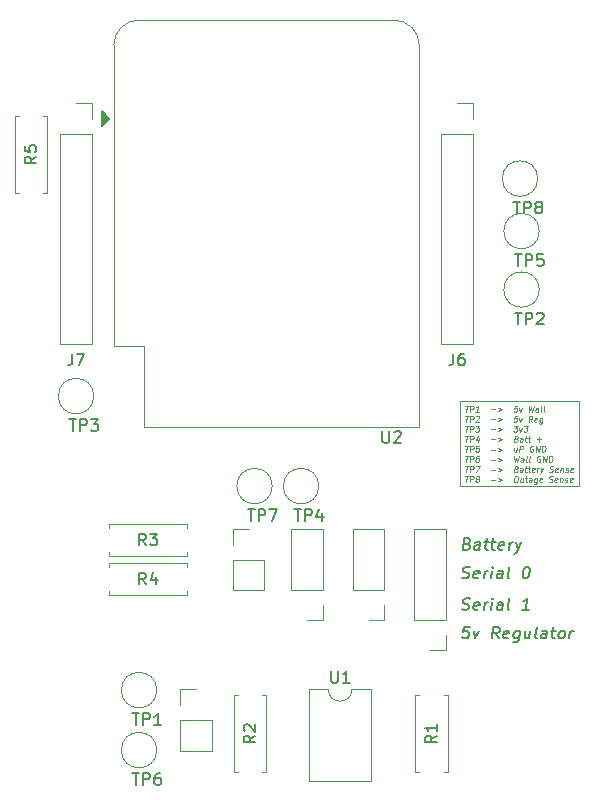
<source format=gbr>
%TF.GenerationSoftware,KiCad,Pcbnew,(5.1.6)-1*%
%TF.CreationDate,2022-07-24T18:58:52+10:00*%
%TF.ProjectId,v0.2a,76302e32-612e-46b6-9963-61645f706362,rev?*%
%TF.SameCoordinates,Original*%
%TF.FileFunction,Legend,Top*%
%TF.FilePolarity,Positive*%
%FSLAX46Y46*%
G04 Gerber Fmt 4.6, Leading zero omitted, Abs format (unit mm)*
G04 Created by KiCad (PCBNEW (5.1.6)-1) date 2022-07-24 18:58:52*
%MOMM*%
%LPD*%
G01*
G04 APERTURE LIST*
%ADD10C,0.120000*%
%ADD11C,0.100000*%
%ADD12C,0.150000*%
G04 APERTURE END LIST*
D10*
X126492000Y-114935000D02*
X126619000Y-114935000D01*
X126492000Y-107696000D02*
X126492000Y-114935000D01*
X136525000Y-114935000D02*
X126619000Y-114935000D01*
X136525000Y-107696000D02*
X136525000Y-114935000D01*
X126492000Y-107696000D02*
X136525000Y-107696000D01*
D11*
X126924095Y-108130190D02*
X127209809Y-108130190D01*
X127004452Y-108630190D02*
X127066952Y-108130190D01*
X127313976Y-108630190D02*
X127376476Y-108130190D01*
X127566952Y-108130190D01*
X127611595Y-108154000D01*
X127632428Y-108177809D01*
X127650285Y-108225428D01*
X127641357Y-108296857D01*
X127611595Y-108344476D01*
X127584809Y-108368285D01*
X127534214Y-108392095D01*
X127343738Y-108392095D01*
X128075880Y-108630190D02*
X127790166Y-108630190D01*
X127933023Y-108630190D02*
X127995523Y-108130190D01*
X127938976Y-108201619D01*
X127885404Y-108249238D01*
X127834809Y-108273047D01*
X129075880Y-108439714D02*
X129456833Y-108439714D01*
X129712785Y-108296857D02*
X130075880Y-108439714D01*
X129677071Y-108582571D01*
X131352666Y-108130190D02*
X131114571Y-108130190D01*
X131061000Y-108368285D01*
X131087785Y-108344476D01*
X131138380Y-108320666D01*
X131257428Y-108320666D01*
X131302071Y-108344476D01*
X131322904Y-108368285D01*
X131340761Y-108415904D01*
X131325880Y-108534952D01*
X131296119Y-108582571D01*
X131269333Y-108606380D01*
X131218738Y-108630190D01*
X131099690Y-108630190D01*
X131055047Y-108606380D01*
X131034214Y-108582571D01*
X131522309Y-108296857D02*
X131599690Y-108630190D01*
X131760404Y-108296857D01*
X132305047Y-108130190D02*
X132361595Y-108630190D01*
X132501476Y-108273047D01*
X132552071Y-108630190D01*
X132733619Y-108130190D01*
X133075880Y-108630190D02*
X133108619Y-108368285D01*
X133090761Y-108320666D01*
X133046119Y-108296857D01*
X132950880Y-108296857D01*
X132900285Y-108320666D01*
X133078857Y-108606380D02*
X133028261Y-108630190D01*
X132909214Y-108630190D01*
X132864571Y-108606380D01*
X132846714Y-108558761D01*
X132852666Y-108511142D01*
X132882428Y-108463523D01*
X132933023Y-108439714D01*
X133052071Y-108439714D01*
X133102666Y-108415904D01*
X133385404Y-108630190D02*
X133340761Y-108606380D01*
X133322904Y-108558761D01*
X133376476Y-108130190D01*
X133647309Y-108630190D02*
X133602666Y-108606380D01*
X133584809Y-108558761D01*
X133638380Y-108130190D01*
X126924095Y-108980190D02*
X127209809Y-108980190D01*
X127004452Y-109480190D02*
X127066952Y-108980190D01*
X127313976Y-109480190D02*
X127376476Y-108980190D01*
X127566952Y-108980190D01*
X127611595Y-109004000D01*
X127632428Y-109027809D01*
X127650285Y-109075428D01*
X127641357Y-109146857D01*
X127611595Y-109194476D01*
X127584809Y-109218285D01*
X127534214Y-109242095D01*
X127343738Y-109242095D01*
X127846714Y-109027809D02*
X127873500Y-109004000D01*
X127924095Y-108980190D01*
X128043142Y-108980190D01*
X128087785Y-109004000D01*
X128108619Y-109027809D01*
X128126476Y-109075428D01*
X128120523Y-109123047D01*
X128087785Y-109194476D01*
X127766357Y-109480190D01*
X128075880Y-109480190D01*
X129075880Y-109289714D02*
X129456833Y-109289714D01*
X129712785Y-109146857D02*
X130075880Y-109289714D01*
X129677071Y-109432571D01*
X131352666Y-108980190D02*
X131114571Y-108980190D01*
X131061000Y-109218285D01*
X131087785Y-109194476D01*
X131138380Y-109170666D01*
X131257428Y-109170666D01*
X131302071Y-109194476D01*
X131322904Y-109218285D01*
X131340761Y-109265904D01*
X131325880Y-109384952D01*
X131296119Y-109432571D01*
X131269333Y-109456380D01*
X131218738Y-109480190D01*
X131099690Y-109480190D01*
X131055047Y-109456380D01*
X131034214Y-109432571D01*
X131522309Y-109146857D02*
X131599690Y-109480190D01*
X131760404Y-109146857D01*
X132575880Y-109480190D02*
X132438976Y-109242095D01*
X132290166Y-109480190D02*
X132352666Y-108980190D01*
X132543142Y-108980190D01*
X132587785Y-109004000D01*
X132608619Y-109027809D01*
X132626476Y-109075428D01*
X132617547Y-109146857D01*
X132587785Y-109194476D01*
X132561000Y-109218285D01*
X132510404Y-109242095D01*
X132319928Y-109242095D01*
X132983619Y-109456380D02*
X132933023Y-109480190D01*
X132837785Y-109480190D01*
X132793142Y-109456380D01*
X132775285Y-109408761D01*
X132799095Y-109218285D01*
X132828857Y-109170666D01*
X132879452Y-109146857D01*
X132974690Y-109146857D01*
X133019333Y-109170666D01*
X133037190Y-109218285D01*
X133031238Y-109265904D01*
X132787190Y-109313523D01*
X133474690Y-109146857D02*
X133424095Y-109551619D01*
X133394333Y-109599238D01*
X133367547Y-109623047D01*
X133316952Y-109646857D01*
X133245523Y-109646857D01*
X133200880Y-109623047D01*
X133436000Y-109456380D02*
X133385404Y-109480190D01*
X133290166Y-109480190D01*
X133245523Y-109456380D01*
X133224690Y-109432571D01*
X133206833Y-109384952D01*
X133224690Y-109242095D01*
X133254452Y-109194476D01*
X133281238Y-109170666D01*
X133331833Y-109146857D01*
X133427071Y-109146857D01*
X133471714Y-109170666D01*
X126924095Y-109830190D02*
X127209809Y-109830190D01*
X127004452Y-110330190D02*
X127066952Y-109830190D01*
X127313976Y-110330190D02*
X127376476Y-109830190D01*
X127566952Y-109830190D01*
X127611595Y-109854000D01*
X127632428Y-109877809D01*
X127650285Y-109925428D01*
X127641357Y-109996857D01*
X127611595Y-110044476D01*
X127584809Y-110068285D01*
X127534214Y-110092095D01*
X127343738Y-110092095D01*
X127828857Y-109830190D02*
X128138380Y-109830190D01*
X127947904Y-110020666D01*
X128019333Y-110020666D01*
X128063976Y-110044476D01*
X128084809Y-110068285D01*
X128102666Y-110115904D01*
X128087785Y-110234952D01*
X128058023Y-110282571D01*
X128031238Y-110306380D01*
X127980642Y-110330190D01*
X127837785Y-110330190D01*
X127793142Y-110306380D01*
X127772309Y-110282571D01*
X129075880Y-110139714D02*
X129456833Y-110139714D01*
X129712785Y-109996857D02*
X130075880Y-110139714D01*
X129677071Y-110282571D01*
X131066952Y-109830190D02*
X131376476Y-109830190D01*
X131186000Y-110020666D01*
X131257428Y-110020666D01*
X131302071Y-110044476D01*
X131322904Y-110068285D01*
X131340761Y-110115904D01*
X131325880Y-110234952D01*
X131296119Y-110282571D01*
X131269333Y-110306380D01*
X131218738Y-110330190D01*
X131075880Y-110330190D01*
X131031238Y-110306380D01*
X131010404Y-110282571D01*
X131522309Y-109996857D02*
X131599690Y-110330190D01*
X131760404Y-109996857D01*
X131924095Y-109830190D02*
X132233619Y-109830190D01*
X132043142Y-110020666D01*
X132114571Y-110020666D01*
X132159214Y-110044476D01*
X132180047Y-110068285D01*
X132197904Y-110115904D01*
X132183023Y-110234952D01*
X132153261Y-110282571D01*
X132126476Y-110306380D01*
X132075880Y-110330190D01*
X131933023Y-110330190D01*
X131888380Y-110306380D01*
X131867547Y-110282571D01*
X126924095Y-110680190D02*
X127209809Y-110680190D01*
X127004452Y-111180190D02*
X127066952Y-110680190D01*
X127313976Y-111180190D02*
X127376476Y-110680190D01*
X127566952Y-110680190D01*
X127611595Y-110704000D01*
X127632428Y-110727809D01*
X127650285Y-110775428D01*
X127641357Y-110846857D01*
X127611595Y-110894476D01*
X127584809Y-110918285D01*
X127534214Y-110942095D01*
X127343738Y-110942095D01*
X128069928Y-110846857D02*
X128028261Y-111180190D01*
X127974690Y-110656380D02*
X127811000Y-111013523D01*
X128120523Y-111013523D01*
X129075880Y-110989714D02*
X129456833Y-110989714D01*
X129712785Y-110846857D02*
X130075880Y-110989714D01*
X129677071Y-111132571D01*
X131251476Y-110918285D02*
X131319928Y-110942095D01*
X131340761Y-110965904D01*
X131358619Y-111013523D01*
X131349690Y-111084952D01*
X131319928Y-111132571D01*
X131293142Y-111156380D01*
X131242547Y-111180190D01*
X131052071Y-111180190D01*
X131114571Y-110680190D01*
X131281238Y-110680190D01*
X131325880Y-110704000D01*
X131346714Y-110727809D01*
X131364571Y-110775428D01*
X131358619Y-110823047D01*
X131328857Y-110870666D01*
X131302071Y-110894476D01*
X131251476Y-110918285D01*
X131084809Y-110918285D01*
X131766357Y-111180190D02*
X131799095Y-110918285D01*
X131781238Y-110870666D01*
X131736595Y-110846857D01*
X131641357Y-110846857D01*
X131590761Y-110870666D01*
X131769333Y-111156380D02*
X131718738Y-111180190D01*
X131599690Y-111180190D01*
X131555047Y-111156380D01*
X131537190Y-111108761D01*
X131543142Y-111061142D01*
X131572904Y-111013523D01*
X131623500Y-110989714D01*
X131742547Y-110989714D01*
X131793142Y-110965904D01*
X131974690Y-110846857D02*
X132165166Y-110846857D01*
X132066952Y-110680190D02*
X132013380Y-111108761D01*
X132031238Y-111156380D01*
X132075880Y-111180190D01*
X132123500Y-111180190D01*
X132260404Y-110846857D02*
X132450880Y-110846857D01*
X132352666Y-110680190D02*
X132299095Y-111108761D01*
X132316952Y-111156380D01*
X132361595Y-111180190D01*
X132409214Y-111180190D01*
X132980642Y-110989714D02*
X133361595Y-110989714D01*
X133147309Y-111180190D02*
X133194928Y-110799238D01*
X126924095Y-111530190D02*
X127209809Y-111530190D01*
X127004452Y-112030190D02*
X127066952Y-111530190D01*
X127313976Y-112030190D02*
X127376476Y-111530190D01*
X127566952Y-111530190D01*
X127611595Y-111554000D01*
X127632428Y-111577809D01*
X127650285Y-111625428D01*
X127641357Y-111696857D01*
X127611595Y-111744476D01*
X127584809Y-111768285D01*
X127534214Y-111792095D01*
X127343738Y-111792095D01*
X128114571Y-111530190D02*
X127876476Y-111530190D01*
X127822904Y-111768285D01*
X127849690Y-111744476D01*
X127900285Y-111720666D01*
X128019333Y-111720666D01*
X128063976Y-111744476D01*
X128084809Y-111768285D01*
X128102666Y-111815904D01*
X128087785Y-111934952D01*
X128058023Y-111982571D01*
X128031238Y-112006380D01*
X127980642Y-112030190D01*
X127861595Y-112030190D01*
X127816952Y-112006380D01*
X127796119Y-111982571D01*
X129075880Y-111839714D02*
X129456833Y-111839714D01*
X129712785Y-111696857D02*
X130075880Y-111839714D01*
X129677071Y-111982571D01*
X131308023Y-111696857D02*
X131266357Y-112030190D01*
X131093738Y-111696857D02*
X131061000Y-111958761D01*
X131078857Y-112006380D01*
X131123500Y-112030190D01*
X131194928Y-112030190D01*
X131245523Y-112006380D01*
X131272309Y-111982571D01*
X131504452Y-112030190D02*
X131566952Y-111530190D01*
X131757428Y-111530190D01*
X131802071Y-111554000D01*
X131822904Y-111577809D01*
X131840761Y-111625428D01*
X131831833Y-111696857D01*
X131802071Y-111744476D01*
X131775285Y-111768285D01*
X131724690Y-111792095D01*
X131534214Y-111792095D01*
X132706833Y-111554000D02*
X132662190Y-111530190D01*
X132590761Y-111530190D01*
X132516357Y-111554000D01*
X132462785Y-111601619D01*
X132433023Y-111649238D01*
X132397309Y-111744476D01*
X132388380Y-111815904D01*
X132400285Y-111911142D01*
X132418142Y-111958761D01*
X132459809Y-112006380D01*
X132528261Y-112030190D01*
X132575880Y-112030190D01*
X132650285Y-112006380D01*
X132677071Y-111982571D01*
X132697904Y-111815904D01*
X132602666Y-111815904D01*
X132885404Y-112030190D02*
X132947904Y-111530190D01*
X133171119Y-112030190D01*
X133233619Y-111530190D01*
X133409214Y-112030190D02*
X133471714Y-111530190D01*
X133590761Y-111530190D01*
X133659214Y-111554000D01*
X133700880Y-111601619D01*
X133718738Y-111649238D01*
X133730642Y-111744476D01*
X133721714Y-111815904D01*
X133686000Y-111911142D01*
X133656238Y-111958761D01*
X133602666Y-112006380D01*
X133528261Y-112030190D01*
X133409214Y-112030190D01*
X126924095Y-112380190D02*
X127209809Y-112380190D01*
X127004452Y-112880190D02*
X127066952Y-112380190D01*
X127313976Y-112880190D02*
X127376476Y-112380190D01*
X127566952Y-112380190D01*
X127611595Y-112404000D01*
X127632428Y-112427809D01*
X127650285Y-112475428D01*
X127641357Y-112546857D01*
X127611595Y-112594476D01*
X127584809Y-112618285D01*
X127534214Y-112642095D01*
X127343738Y-112642095D01*
X128090761Y-112380190D02*
X127995523Y-112380190D01*
X127944928Y-112404000D01*
X127918142Y-112427809D01*
X127861595Y-112499238D01*
X127825880Y-112594476D01*
X127802071Y-112784952D01*
X127819928Y-112832571D01*
X127840761Y-112856380D01*
X127885404Y-112880190D01*
X127980642Y-112880190D01*
X128031238Y-112856380D01*
X128058023Y-112832571D01*
X128087785Y-112784952D01*
X128102666Y-112665904D01*
X128084809Y-112618285D01*
X128063976Y-112594476D01*
X128019333Y-112570666D01*
X127924095Y-112570666D01*
X127873500Y-112594476D01*
X127846714Y-112618285D01*
X127816952Y-112665904D01*
X129075880Y-112689714D02*
X129456833Y-112689714D01*
X129712785Y-112546857D02*
X130075880Y-112689714D01*
X129677071Y-112832571D01*
X131066952Y-112380190D02*
X131123500Y-112880190D01*
X131263380Y-112523047D01*
X131313976Y-112880190D01*
X131495523Y-112380190D01*
X131837785Y-112880190D02*
X131870523Y-112618285D01*
X131852666Y-112570666D01*
X131808023Y-112546857D01*
X131712785Y-112546857D01*
X131662190Y-112570666D01*
X131840761Y-112856380D02*
X131790166Y-112880190D01*
X131671119Y-112880190D01*
X131626476Y-112856380D01*
X131608619Y-112808761D01*
X131614571Y-112761142D01*
X131644333Y-112713523D01*
X131694928Y-112689714D01*
X131813976Y-112689714D01*
X131864571Y-112665904D01*
X132147309Y-112880190D02*
X132102666Y-112856380D01*
X132084809Y-112808761D01*
X132138380Y-112380190D01*
X132409214Y-112880190D02*
X132364571Y-112856380D01*
X132346714Y-112808761D01*
X132400285Y-112380190D01*
X133302071Y-112404000D02*
X133257428Y-112380190D01*
X133186000Y-112380190D01*
X133111595Y-112404000D01*
X133058023Y-112451619D01*
X133028261Y-112499238D01*
X132992547Y-112594476D01*
X132983619Y-112665904D01*
X132995523Y-112761142D01*
X133013380Y-112808761D01*
X133055047Y-112856380D01*
X133123500Y-112880190D01*
X133171119Y-112880190D01*
X133245523Y-112856380D01*
X133272309Y-112832571D01*
X133293142Y-112665904D01*
X133197904Y-112665904D01*
X133480642Y-112880190D02*
X133543142Y-112380190D01*
X133766357Y-112880190D01*
X133828857Y-112380190D01*
X134004452Y-112880190D02*
X134066952Y-112380190D01*
X134186000Y-112380190D01*
X134254452Y-112404000D01*
X134296119Y-112451619D01*
X134313976Y-112499238D01*
X134325880Y-112594476D01*
X134316952Y-112665904D01*
X134281238Y-112761142D01*
X134251476Y-112808761D01*
X134197904Y-112856380D01*
X134123500Y-112880190D01*
X134004452Y-112880190D01*
X126924095Y-113230190D02*
X127209809Y-113230190D01*
X127004452Y-113730190D02*
X127066952Y-113230190D01*
X127313976Y-113730190D02*
X127376476Y-113230190D01*
X127566952Y-113230190D01*
X127611595Y-113254000D01*
X127632428Y-113277809D01*
X127650285Y-113325428D01*
X127641357Y-113396857D01*
X127611595Y-113444476D01*
X127584809Y-113468285D01*
X127534214Y-113492095D01*
X127343738Y-113492095D01*
X127828857Y-113230190D02*
X128162190Y-113230190D01*
X127885404Y-113730190D01*
X129075880Y-113539714D02*
X129456833Y-113539714D01*
X129712785Y-113396857D02*
X130075880Y-113539714D01*
X129677071Y-113682571D01*
X131251476Y-113468285D02*
X131319928Y-113492095D01*
X131340761Y-113515904D01*
X131358619Y-113563523D01*
X131349690Y-113634952D01*
X131319928Y-113682571D01*
X131293142Y-113706380D01*
X131242547Y-113730190D01*
X131052071Y-113730190D01*
X131114571Y-113230190D01*
X131281238Y-113230190D01*
X131325880Y-113254000D01*
X131346714Y-113277809D01*
X131364571Y-113325428D01*
X131358619Y-113373047D01*
X131328857Y-113420666D01*
X131302071Y-113444476D01*
X131251476Y-113468285D01*
X131084809Y-113468285D01*
X131766357Y-113730190D02*
X131799095Y-113468285D01*
X131781238Y-113420666D01*
X131736595Y-113396857D01*
X131641357Y-113396857D01*
X131590761Y-113420666D01*
X131769333Y-113706380D02*
X131718738Y-113730190D01*
X131599690Y-113730190D01*
X131555047Y-113706380D01*
X131537190Y-113658761D01*
X131543142Y-113611142D01*
X131572904Y-113563523D01*
X131623500Y-113539714D01*
X131742547Y-113539714D01*
X131793142Y-113515904D01*
X131974690Y-113396857D02*
X132165166Y-113396857D01*
X132066952Y-113230190D02*
X132013380Y-113658761D01*
X132031238Y-113706380D01*
X132075880Y-113730190D01*
X132123500Y-113730190D01*
X132260404Y-113396857D02*
X132450880Y-113396857D01*
X132352666Y-113230190D02*
X132299095Y-113658761D01*
X132316952Y-113706380D01*
X132361595Y-113730190D01*
X132409214Y-113730190D01*
X132769333Y-113706380D02*
X132718738Y-113730190D01*
X132623500Y-113730190D01*
X132578857Y-113706380D01*
X132561000Y-113658761D01*
X132584809Y-113468285D01*
X132614571Y-113420666D01*
X132665166Y-113396857D01*
X132760404Y-113396857D01*
X132805047Y-113420666D01*
X132822904Y-113468285D01*
X132816952Y-113515904D01*
X132572904Y-113563523D01*
X133004452Y-113730190D02*
X133046119Y-113396857D01*
X133034214Y-113492095D02*
X133063976Y-113444476D01*
X133090761Y-113420666D01*
X133141357Y-113396857D01*
X133188976Y-113396857D01*
X133308023Y-113396857D02*
X133385404Y-113730190D01*
X133546119Y-113396857D02*
X133385404Y-113730190D01*
X133322904Y-113849238D01*
X133296119Y-113873047D01*
X133245523Y-113896857D01*
X134055047Y-113706380D02*
X134123500Y-113730190D01*
X134242547Y-113730190D01*
X134293142Y-113706380D01*
X134319928Y-113682571D01*
X134349690Y-113634952D01*
X134355642Y-113587333D01*
X134337785Y-113539714D01*
X134316952Y-113515904D01*
X134272309Y-113492095D01*
X134180047Y-113468285D01*
X134135404Y-113444476D01*
X134114571Y-113420666D01*
X134096714Y-113373047D01*
X134102666Y-113325428D01*
X134132428Y-113277809D01*
X134159214Y-113254000D01*
X134209809Y-113230190D01*
X134328857Y-113230190D01*
X134397309Y-113254000D01*
X134745523Y-113706380D02*
X134694928Y-113730190D01*
X134599690Y-113730190D01*
X134555047Y-113706380D01*
X134537190Y-113658761D01*
X134561000Y-113468285D01*
X134590761Y-113420666D01*
X134641357Y-113396857D01*
X134736595Y-113396857D01*
X134781238Y-113420666D01*
X134799095Y-113468285D01*
X134793142Y-113515904D01*
X134549095Y-113563523D01*
X135022309Y-113396857D02*
X134980642Y-113730190D01*
X135016357Y-113444476D02*
X135043142Y-113420666D01*
X135093738Y-113396857D01*
X135165166Y-113396857D01*
X135209809Y-113420666D01*
X135227666Y-113468285D01*
X135194928Y-113730190D01*
X135412190Y-113706380D02*
X135456833Y-113730190D01*
X135552071Y-113730190D01*
X135602666Y-113706380D01*
X135632428Y-113658761D01*
X135635404Y-113634952D01*
X135617547Y-113587333D01*
X135572904Y-113563523D01*
X135501476Y-113563523D01*
X135456833Y-113539714D01*
X135438976Y-113492095D01*
X135441952Y-113468285D01*
X135471714Y-113420666D01*
X135522309Y-113396857D01*
X135593738Y-113396857D01*
X135638380Y-113420666D01*
X136031238Y-113706380D02*
X135980642Y-113730190D01*
X135885404Y-113730190D01*
X135840761Y-113706380D01*
X135822904Y-113658761D01*
X135846714Y-113468285D01*
X135876476Y-113420666D01*
X135927071Y-113396857D01*
X136022309Y-113396857D01*
X136066952Y-113420666D01*
X136084809Y-113468285D01*
X136078857Y-113515904D01*
X135834809Y-113563523D01*
X126924095Y-114080190D02*
X127209809Y-114080190D01*
X127004452Y-114580190D02*
X127066952Y-114080190D01*
X127313976Y-114580190D02*
X127376476Y-114080190D01*
X127566952Y-114080190D01*
X127611595Y-114104000D01*
X127632428Y-114127809D01*
X127650285Y-114175428D01*
X127641357Y-114246857D01*
X127611595Y-114294476D01*
X127584809Y-114318285D01*
X127534214Y-114342095D01*
X127343738Y-114342095D01*
X127921119Y-114294476D02*
X127876476Y-114270666D01*
X127855642Y-114246857D01*
X127837785Y-114199238D01*
X127840761Y-114175428D01*
X127870523Y-114127809D01*
X127897309Y-114104000D01*
X127947904Y-114080190D01*
X128043142Y-114080190D01*
X128087785Y-114104000D01*
X128108619Y-114127809D01*
X128126476Y-114175428D01*
X128123500Y-114199238D01*
X128093738Y-114246857D01*
X128066952Y-114270666D01*
X128016357Y-114294476D01*
X127921119Y-114294476D01*
X127870523Y-114318285D01*
X127843738Y-114342095D01*
X127813976Y-114389714D01*
X127802071Y-114484952D01*
X127819928Y-114532571D01*
X127840761Y-114556380D01*
X127885404Y-114580190D01*
X127980642Y-114580190D01*
X128031238Y-114556380D01*
X128058023Y-114532571D01*
X128087785Y-114484952D01*
X128099690Y-114389714D01*
X128081833Y-114342095D01*
X128061000Y-114318285D01*
X128016357Y-114294476D01*
X129075880Y-114389714D02*
X129456833Y-114389714D01*
X129712785Y-114246857D02*
X130075880Y-114389714D01*
X129677071Y-114532571D01*
X131209809Y-114080190D02*
X131305047Y-114080190D01*
X131349690Y-114104000D01*
X131391357Y-114151619D01*
X131403261Y-114246857D01*
X131382428Y-114413523D01*
X131346714Y-114508761D01*
X131293142Y-114556380D01*
X131242547Y-114580190D01*
X131147309Y-114580190D01*
X131102666Y-114556380D01*
X131061000Y-114508761D01*
X131049095Y-114413523D01*
X131069928Y-114246857D01*
X131105642Y-114151619D01*
X131159214Y-114104000D01*
X131209809Y-114080190D01*
X131831833Y-114246857D02*
X131790166Y-114580190D01*
X131617547Y-114246857D02*
X131584809Y-114508761D01*
X131602666Y-114556380D01*
X131647309Y-114580190D01*
X131718738Y-114580190D01*
X131769333Y-114556380D01*
X131796119Y-114532571D01*
X131998500Y-114246857D02*
X132188976Y-114246857D01*
X132090761Y-114080190D02*
X132037190Y-114508761D01*
X132055047Y-114556380D01*
X132099690Y-114580190D01*
X132147309Y-114580190D01*
X132528261Y-114580190D02*
X132561000Y-114318285D01*
X132543142Y-114270666D01*
X132498500Y-114246857D01*
X132403261Y-114246857D01*
X132352666Y-114270666D01*
X132531238Y-114556380D02*
X132480642Y-114580190D01*
X132361595Y-114580190D01*
X132316952Y-114556380D01*
X132299095Y-114508761D01*
X132305047Y-114461142D01*
X132334809Y-114413523D01*
X132385404Y-114389714D01*
X132504452Y-114389714D01*
X132555047Y-114365904D01*
X133022309Y-114246857D02*
X132971714Y-114651619D01*
X132941952Y-114699238D01*
X132915166Y-114723047D01*
X132864571Y-114746857D01*
X132793142Y-114746857D01*
X132748500Y-114723047D01*
X132983619Y-114556380D02*
X132933023Y-114580190D01*
X132837785Y-114580190D01*
X132793142Y-114556380D01*
X132772309Y-114532571D01*
X132754452Y-114484952D01*
X132772309Y-114342095D01*
X132802071Y-114294476D01*
X132828857Y-114270666D01*
X132879452Y-114246857D01*
X132974690Y-114246857D01*
X133019333Y-114270666D01*
X133412190Y-114556380D02*
X133361595Y-114580190D01*
X133266357Y-114580190D01*
X133221714Y-114556380D01*
X133203857Y-114508761D01*
X133227666Y-114318285D01*
X133257428Y-114270666D01*
X133308023Y-114246857D01*
X133403261Y-114246857D01*
X133447904Y-114270666D01*
X133465761Y-114318285D01*
X133459809Y-114365904D01*
X133215761Y-114413523D01*
X134007428Y-114556380D02*
X134075880Y-114580190D01*
X134194928Y-114580190D01*
X134245523Y-114556380D01*
X134272309Y-114532571D01*
X134302071Y-114484952D01*
X134308023Y-114437333D01*
X134290166Y-114389714D01*
X134269333Y-114365904D01*
X134224690Y-114342095D01*
X134132428Y-114318285D01*
X134087785Y-114294476D01*
X134066952Y-114270666D01*
X134049095Y-114223047D01*
X134055047Y-114175428D01*
X134084809Y-114127809D01*
X134111595Y-114104000D01*
X134162190Y-114080190D01*
X134281238Y-114080190D01*
X134349690Y-114104000D01*
X134697904Y-114556380D02*
X134647309Y-114580190D01*
X134552071Y-114580190D01*
X134507428Y-114556380D01*
X134489571Y-114508761D01*
X134513380Y-114318285D01*
X134543142Y-114270666D01*
X134593738Y-114246857D01*
X134688976Y-114246857D01*
X134733619Y-114270666D01*
X134751476Y-114318285D01*
X134745523Y-114365904D01*
X134501476Y-114413523D01*
X134974690Y-114246857D02*
X134933023Y-114580190D01*
X134968738Y-114294476D02*
X134995523Y-114270666D01*
X135046119Y-114246857D01*
X135117547Y-114246857D01*
X135162190Y-114270666D01*
X135180047Y-114318285D01*
X135147309Y-114580190D01*
X135364571Y-114556380D02*
X135409214Y-114580190D01*
X135504452Y-114580190D01*
X135555047Y-114556380D01*
X135584809Y-114508761D01*
X135587785Y-114484952D01*
X135569928Y-114437333D01*
X135525285Y-114413523D01*
X135453857Y-114413523D01*
X135409214Y-114389714D01*
X135391357Y-114342095D01*
X135394333Y-114318285D01*
X135424095Y-114270666D01*
X135474690Y-114246857D01*
X135546119Y-114246857D01*
X135590761Y-114270666D01*
X135983619Y-114556380D02*
X135933023Y-114580190D01*
X135837785Y-114580190D01*
X135793142Y-114556380D01*
X135775285Y-114508761D01*
X135799095Y-114318285D01*
X135828857Y-114270666D01*
X135879452Y-114246857D01*
X135974690Y-114246857D01*
X136019333Y-114270666D01*
X136037190Y-114318285D01*
X136031238Y-114365904D01*
X135787190Y-114413523D01*
D10*
%TO.C,U1*%
X115332000Y-132147000D02*
X113682000Y-132147000D01*
X113682000Y-132147000D02*
X113682000Y-139887000D01*
X113682000Y-139887000D02*
X118982000Y-139887000D01*
X118982000Y-139887000D02*
X118982000Y-132147000D01*
X118982000Y-132147000D02*
X117332000Y-132147000D01*
X117332000Y-132147000D02*
G75*
G02*
X115332000Y-132147000I-1000000J0D01*
G01*
%TO.C,J1*%
X107255000Y-118558000D02*
X108585000Y-118558000D01*
X107255000Y-119888000D02*
X107255000Y-118558000D01*
X107255000Y-121158000D02*
X109915000Y-121158000D01*
X109915000Y-121158000D02*
X109915000Y-123758000D01*
X107255000Y-121158000D02*
X107255000Y-123758000D01*
X107255000Y-123758000D02*
X109915000Y-123758000D01*
%TO.C,J2*%
X114868000Y-118558000D02*
X112208000Y-118558000D01*
X114868000Y-123698000D02*
X114868000Y-118558000D01*
X112208000Y-123698000D02*
X112208000Y-118558000D01*
X114868000Y-123698000D02*
X112208000Y-123698000D01*
X114868000Y-124968000D02*
X114868000Y-126298000D01*
X114868000Y-126298000D02*
X113538000Y-126298000D01*
%TO.C,J3*%
X102810000Y-137347000D02*
X105470000Y-137347000D01*
X102810000Y-134747000D02*
X102810000Y-137347000D01*
X105470000Y-134747000D02*
X105470000Y-137347000D01*
X102810000Y-134747000D02*
X105470000Y-134747000D01*
X102810000Y-133477000D02*
X102810000Y-132147000D01*
X102810000Y-132147000D02*
X104140000Y-132147000D01*
%TO.C,J4*%
X120075000Y-126298000D02*
X118745000Y-126298000D01*
X120075000Y-124968000D02*
X120075000Y-126298000D01*
X120075000Y-123698000D02*
X117415000Y-123698000D01*
X117415000Y-123698000D02*
X117415000Y-118558000D01*
X120075000Y-123698000D02*
X120075000Y-118558000D01*
X120075000Y-118558000D02*
X117415000Y-118558000D01*
%TO.C,J5*%
X125282000Y-118558000D02*
X122622000Y-118558000D01*
X125282000Y-126238000D02*
X125282000Y-118558000D01*
X122622000Y-126238000D02*
X122622000Y-118558000D01*
X125282000Y-126238000D02*
X122622000Y-126238000D01*
X125282000Y-127508000D02*
X125282000Y-128838000D01*
X125282000Y-128838000D02*
X123952000Y-128838000D01*
%TO.C,J6*%
X124908000Y-85090000D02*
X127568000Y-85090000D01*
X124908000Y-85090000D02*
X124908000Y-102930000D01*
X124908000Y-102930000D02*
X127568000Y-102930000D01*
X127568000Y-85090000D02*
X127568000Y-102930000D01*
X127568000Y-82490000D02*
X127568000Y-83820000D01*
X126238000Y-82490000D02*
X127568000Y-82490000D01*
%TO.C,J7*%
X93980000Y-82490000D02*
X95310000Y-82490000D01*
X95310000Y-82490000D02*
X95310000Y-83820000D01*
X95310000Y-85090000D02*
X95310000Y-102930000D01*
X92650000Y-102930000D02*
X95310000Y-102930000D01*
X92650000Y-85090000D02*
X92650000Y-102930000D01*
X92650000Y-85090000D02*
X95310000Y-85090000D01*
%TO.C,R1*%
X123039000Y-139160000D02*
X122709000Y-139160000D01*
X122709000Y-139160000D02*
X122709000Y-132620000D01*
X122709000Y-132620000D02*
X123039000Y-132620000D01*
X125119000Y-139160000D02*
X125449000Y-139160000D01*
X125449000Y-139160000D02*
X125449000Y-132620000D01*
X125449000Y-132620000D02*
X125119000Y-132620000D01*
%TO.C,R2*%
X109752000Y-132620000D02*
X110082000Y-132620000D01*
X110082000Y-132620000D02*
X110082000Y-139160000D01*
X110082000Y-139160000D02*
X109752000Y-139160000D01*
X107672000Y-132620000D02*
X107342000Y-132620000D01*
X107342000Y-132620000D02*
X107342000Y-139160000D01*
X107342000Y-139160000D02*
X107672000Y-139160000D01*
%TO.C,R3*%
X96806000Y-118137000D02*
X96806000Y-118467000D01*
X103346000Y-118137000D02*
X96806000Y-118137000D01*
X103346000Y-118467000D02*
X103346000Y-118137000D01*
X96806000Y-120877000D02*
X96806000Y-120547000D01*
X103346000Y-120877000D02*
X96806000Y-120877000D01*
X103346000Y-120547000D02*
X103346000Y-120877000D01*
%TO.C,R4*%
X96806000Y-121769000D02*
X96806000Y-121439000D01*
X96806000Y-121439000D02*
X103346000Y-121439000D01*
X103346000Y-121439000D02*
X103346000Y-121769000D01*
X96806000Y-123849000D02*
X96806000Y-124179000D01*
X96806000Y-124179000D02*
X103346000Y-124179000D01*
X103346000Y-124179000D02*
X103346000Y-123849000D01*
%TO.C,R5*%
X91540000Y-83598000D02*
X91210000Y-83598000D01*
X91540000Y-90138000D02*
X91540000Y-83598000D01*
X91210000Y-90138000D02*
X91540000Y-90138000D01*
X88800000Y-83598000D02*
X89130000Y-83598000D01*
X88800000Y-90138000D02*
X88800000Y-83598000D01*
X89130000Y-90138000D02*
X88800000Y-90138000D01*
%TO.C,TP1*%
X100814000Y-132207000D02*
G75*
G03*
X100814000Y-132207000I-1500000J0D01*
G01*
%TO.C,TP2*%
X133199000Y-98298000D02*
G75*
G03*
X133199000Y-98298000I-1500000J0D01*
G01*
%TO.C,TP3*%
X95480000Y-107315000D02*
G75*
G03*
X95480000Y-107315000I-1500000J0D01*
G01*
%TO.C,TP4*%
X114530000Y-114935000D02*
G75*
G03*
X114530000Y-114935000I-1500000J0D01*
G01*
%TO.C,TP5*%
X133199000Y-93345000D02*
G75*
G03*
X133199000Y-93345000I-1500000J0D01*
G01*
%TO.C,TP6*%
X100814000Y-137287000D02*
G75*
G03*
X100814000Y-137287000I-1500000J0D01*
G01*
%TO.C,TP8*%
X133072000Y-88900000D02*
G75*
G03*
X133072000Y-88900000I-1500000J0D01*
G01*
%TO.C,U2*%
X99719000Y-109940000D02*
X123039000Y-109940000D01*
X97179000Y-103040000D02*
X97179000Y-77610000D01*
X123039000Y-109940000D02*
X123039000Y-77610000D01*
X120919000Y-75480000D02*
X99309000Y-75480000D01*
D12*
G36*
X96139000Y-83185000D02*
G01*
X96139000Y-84455000D01*
X96774000Y-83820000D01*
X96139000Y-83185000D01*
G37*
X96139000Y-83185000D02*
X96139000Y-84455000D01*
X96774000Y-83820000D01*
X96139000Y-83185000D01*
D10*
X97179000Y-103040000D02*
X99719000Y-103040000D01*
X99719000Y-103040000D02*
X99719000Y-109940000D01*
X97179000Y-77610000D02*
G75*
G02*
X99309000Y-75480000I2130000J0D01*
G01*
X120909000Y-75480000D02*
G75*
G02*
X123039000Y-77610000I0J-2130000D01*
G01*
%TO.C,TP7*%
X110593000Y-114935000D02*
G75*
G03*
X110593000Y-114935000I-1500000J0D01*
G01*
%TO.C,U1*%
D12*
X115570095Y-130599380D02*
X115570095Y-131408904D01*
X115617714Y-131504142D01*
X115665333Y-131551761D01*
X115760571Y-131599380D01*
X115951047Y-131599380D01*
X116046285Y-131551761D01*
X116093904Y-131504142D01*
X116141523Y-131408904D01*
X116141523Y-130599380D01*
X117141523Y-131599380D02*
X116570095Y-131599380D01*
X116855809Y-131599380D02*
X116855809Y-130599380D01*
X116760571Y-130742238D01*
X116665333Y-130837476D01*
X116570095Y-130885095D01*
%TO.C,J1*%
X127105357Y-119816571D02*
X127242261Y-119864190D01*
X127283928Y-119911809D01*
X127319642Y-120007047D01*
X127301785Y-120149904D01*
X127242261Y-120245142D01*
X127188690Y-120292761D01*
X127087500Y-120340380D01*
X126706547Y-120340380D01*
X126831547Y-119340380D01*
X127164880Y-119340380D01*
X127254166Y-119388000D01*
X127295833Y-119435619D01*
X127331547Y-119530857D01*
X127319642Y-119626095D01*
X127260119Y-119721333D01*
X127206547Y-119768952D01*
X127105357Y-119816571D01*
X126772023Y-119816571D01*
X128135119Y-120340380D02*
X128200595Y-119816571D01*
X128164880Y-119721333D01*
X128075595Y-119673714D01*
X127885119Y-119673714D01*
X127783928Y-119721333D01*
X128141071Y-120292761D02*
X128039880Y-120340380D01*
X127801785Y-120340380D01*
X127712500Y-120292761D01*
X127676785Y-120197523D01*
X127688690Y-120102285D01*
X127748214Y-120007047D01*
X127849404Y-119959428D01*
X128087500Y-119959428D01*
X128188690Y-119911809D01*
X128551785Y-119673714D02*
X128932738Y-119673714D01*
X128736309Y-119340380D02*
X128629166Y-120197523D01*
X128664880Y-120292761D01*
X128754166Y-120340380D01*
X128849404Y-120340380D01*
X129123214Y-119673714D02*
X129504166Y-119673714D01*
X129307738Y-119340380D02*
X129200595Y-120197523D01*
X129236309Y-120292761D01*
X129325595Y-120340380D01*
X129420833Y-120340380D01*
X130141071Y-120292761D02*
X130039880Y-120340380D01*
X129849404Y-120340380D01*
X129760119Y-120292761D01*
X129724404Y-120197523D01*
X129772023Y-119816571D01*
X129831547Y-119721333D01*
X129932738Y-119673714D01*
X130123214Y-119673714D01*
X130212500Y-119721333D01*
X130248214Y-119816571D01*
X130236309Y-119911809D01*
X129748214Y-120007047D01*
X130611309Y-120340380D02*
X130694642Y-119673714D01*
X130670833Y-119864190D02*
X130730357Y-119768952D01*
X130783928Y-119721333D01*
X130885119Y-119673714D01*
X130980357Y-119673714D01*
X131218452Y-119673714D02*
X131373214Y-120340380D01*
X131694642Y-119673714D02*
X131373214Y-120340380D01*
X131248214Y-120578476D01*
X131194642Y-120626095D01*
X131093452Y-120673714D01*
%TO.C,J2*%
X127307738Y-126833380D02*
X126831547Y-126833380D01*
X126724404Y-127309571D01*
X126777976Y-127261952D01*
X126879166Y-127214333D01*
X127117261Y-127214333D01*
X127206547Y-127261952D01*
X127248214Y-127309571D01*
X127283928Y-127404809D01*
X127254166Y-127642904D01*
X127194642Y-127738142D01*
X127141071Y-127785761D01*
X127039880Y-127833380D01*
X126801785Y-127833380D01*
X126712500Y-127785761D01*
X126670833Y-127738142D01*
X127647023Y-127166714D02*
X127801785Y-127833380D01*
X128123214Y-127166714D01*
X129754166Y-127833380D02*
X129480357Y-127357190D01*
X129182738Y-127833380D02*
X129307738Y-126833380D01*
X129688690Y-126833380D01*
X129777976Y-126881000D01*
X129819642Y-126928619D01*
X129855357Y-127023857D01*
X129837500Y-127166714D01*
X129777976Y-127261952D01*
X129724404Y-127309571D01*
X129623214Y-127357190D01*
X129242261Y-127357190D01*
X130569642Y-127785761D02*
X130468452Y-127833380D01*
X130277976Y-127833380D01*
X130188690Y-127785761D01*
X130152976Y-127690523D01*
X130200595Y-127309571D01*
X130260119Y-127214333D01*
X130361309Y-127166714D01*
X130551785Y-127166714D01*
X130641071Y-127214333D01*
X130676785Y-127309571D01*
X130664880Y-127404809D01*
X130176785Y-127500047D01*
X131551785Y-127166714D02*
X131450595Y-127976238D01*
X131391071Y-128071476D01*
X131337500Y-128119095D01*
X131236309Y-128166714D01*
X131093452Y-128166714D01*
X131004166Y-128119095D01*
X131474404Y-127785761D02*
X131373214Y-127833380D01*
X131182738Y-127833380D01*
X131093452Y-127785761D01*
X131051785Y-127738142D01*
X131016071Y-127642904D01*
X131051785Y-127357190D01*
X131111309Y-127261952D01*
X131164880Y-127214333D01*
X131266071Y-127166714D01*
X131456547Y-127166714D01*
X131545833Y-127214333D01*
X132456547Y-127166714D02*
X132373214Y-127833380D01*
X132027976Y-127166714D02*
X131962500Y-127690523D01*
X131998214Y-127785761D01*
X132087500Y-127833380D01*
X132230357Y-127833380D01*
X132331547Y-127785761D01*
X132385119Y-127738142D01*
X132992261Y-127833380D02*
X132902976Y-127785761D01*
X132867261Y-127690523D01*
X132974404Y-126833380D01*
X133801785Y-127833380D02*
X133867261Y-127309571D01*
X133831547Y-127214333D01*
X133742261Y-127166714D01*
X133551785Y-127166714D01*
X133450595Y-127214333D01*
X133807738Y-127785761D02*
X133706547Y-127833380D01*
X133468452Y-127833380D01*
X133379166Y-127785761D01*
X133343452Y-127690523D01*
X133355357Y-127595285D01*
X133414880Y-127500047D01*
X133516071Y-127452428D01*
X133754166Y-127452428D01*
X133855357Y-127404809D01*
X134218452Y-127166714D02*
X134599404Y-127166714D01*
X134402976Y-126833380D02*
X134295833Y-127690523D01*
X134331547Y-127785761D01*
X134420833Y-127833380D01*
X134516071Y-127833380D01*
X134992261Y-127833380D02*
X134902976Y-127785761D01*
X134861309Y-127738142D01*
X134825595Y-127642904D01*
X134861309Y-127357190D01*
X134920833Y-127261952D01*
X134974404Y-127214333D01*
X135075595Y-127166714D01*
X135218452Y-127166714D01*
X135307738Y-127214333D01*
X135349404Y-127261952D01*
X135385119Y-127357190D01*
X135349404Y-127642904D01*
X135289880Y-127738142D01*
X135236309Y-127785761D01*
X135135119Y-127833380D01*
X134992261Y-127833380D01*
X135754166Y-127833380D02*
X135837500Y-127166714D01*
X135813690Y-127357190D02*
X135873214Y-127261952D01*
X135926785Y-127214333D01*
X136027976Y-127166714D01*
X136123214Y-127166714D01*
%TO.C,J4*%
X126664880Y-122705761D02*
X126801785Y-122753380D01*
X127039880Y-122753380D01*
X127141071Y-122705761D01*
X127194642Y-122658142D01*
X127254166Y-122562904D01*
X127266071Y-122467666D01*
X127230357Y-122372428D01*
X127188690Y-122324809D01*
X127099404Y-122277190D01*
X126914880Y-122229571D01*
X126825595Y-122181952D01*
X126783928Y-122134333D01*
X126748214Y-122039095D01*
X126760119Y-121943857D01*
X126819642Y-121848619D01*
X126873214Y-121801000D01*
X126974404Y-121753380D01*
X127212500Y-121753380D01*
X127349404Y-121801000D01*
X128045833Y-122705761D02*
X127944642Y-122753380D01*
X127754166Y-122753380D01*
X127664880Y-122705761D01*
X127629166Y-122610523D01*
X127676785Y-122229571D01*
X127736309Y-122134333D01*
X127837500Y-122086714D01*
X128027976Y-122086714D01*
X128117261Y-122134333D01*
X128152976Y-122229571D01*
X128141071Y-122324809D01*
X127652976Y-122420047D01*
X128516071Y-122753380D02*
X128599404Y-122086714D01*
X128575595Y-122277190D02*
X128635119Y-122181952D01*
X128688690Y-122134333D01*
X128789880Y-122086714D01*
X128885119Y-122086714D01*
X129135119Y-122753380D02*
X129218452Y-122086714D01*
X129260119Y-121753380D02*
X129206547Y-121801000D01*
X129248214Y-121848619D01*
X129301785Y-121801000D01*
X129260119Y-121753380D01*
X129248214Y-121848619D01*
X130039880Y-122753380D02*
X130105357Y-122229571D01*
X130069642Y-122134333D01*
X129980357Y-122086714D01*
X129789880Y-122086714D01*
X129688690Y-122134333D01*
X130045833Y-122705761D02*
X129944642Y-122753380D01*
X129706547Y-122753380D01*
X129617261Y-122705761D01*
X129581547Y-122610523D01*
X129593452Y-122515285D01*
X129652976Y-122420047D01*
X129754166Y-122372428D01*
X129992261Y-122372428D01*
X130093452Y-122324809D01*
X130658928Y-122753380D02*
X130569642Y-122705761D01*
X130533928Y-122610523D01*
X130641071Y-121753380D01*
X132117261Y-121753380D02*
X132212500Y-121753380D01*
X132301785Y-121801000D01*
X132343452Y-121848619D01*
X132379166Y-121943857D01*
X132402976Y-122134333D01*
X132373214Y-122372428D01*
X132301785Y-122562904D01*
X132242261Y-122658142D01*
X132188690Y-122705761D01*
X132087500Y-122753380D01*
X131992261Y-122753380D01*
X131902976Y-122705761D01*
X131861309Y-122658142D01*
X131825595Y-122562904D01*
X131801785Y-122372428D01*
X131831547Y-122134333D01*
X131902976Y-121943857D01*
X131962500Y-121848619D01*
X132016071Y-121801000D01*
X132117261Y-121753380D01*
%TO.C,J5*%
X126664880Y-125372761D02*
X126801785Y-125420380D01*
X127039880Y-125420380D01*
X127141071Y-125372761D01*
X127194642Y-125325142D01*
X127254166Y-125229904D01*
X127266071Y-125134666D01*
X127230357Y-125039428D01*
X127188690Y-124991809D01*
X127099404Y-124944190D01*
X126914880Y-124896571D01*
X126825595Y-124848952D01*
X126783928Y-124801333D01*
X126748214Y-124706095D01*
X126760119Y-124610857D01*
X126819642Y-124515619D01*
X126873214Y-124468000D01*
X126974404Y-124420380D01*
X127212500Y-124420380D01*
X127349404Y-124468000D01*
X128045833Y-125372761D02*
X127944642Y-125420380D01*
X127754166Y-125420380D01*
X127664880Y-125372761D01*
X127629166Y-125277523D01*
X127676785Y-124896571D01*
X127736309Y-124801333D01*
X127837500Y-124753714D01*
X128027976Y-124753714D01*
X128117261Y-124801333D01*
X128152976Y-124896571D01*
X128141071Y-124991809D01*
X127652976Y-125087047D01*
X128516071Y-125420380D02*
X128599404Y-124753714D01*
X128575595Y-124944190D02*
X128635119Y-124848952D01*
X128688690Y-124801333D01*
X128789880Y-124753714D01*
X128885119Y-124753714D01*
X129135119Y-125420380D02*
X129218452Y-124753714D01*
X129260119Y-124420380D02*
X129206547Y-124468000D01*
X129248214Y-124515619D01*
X129301785Y-124468000D01*
X129260119Y-124420380D01*
X129248214Y-124515619D01*
X130039880Y-125420380D02*
X130105357Y-124896571D01*
X130069642Y-124801333D01*
X129980357Y-124753714D01*
X129789880Y-124753714D01*
X129688690Y-124801333D01*
X130045833Y-125372761D02*
X129944642Y-125420380D01*
X129706547Y-125420380D01*
X129617261Y-125372761D01*
X129581547Y-125277523D01*
X129593452Y-125182285D01*
X129652976Y-125087047D01*
X129754166Y-125039428D01*
X129992261Y-125039428D01*
X130093452Y-124991809D01*
X130658928Y-125420380D02*
X130569642Y-125372761D01*
X130533928Y-125277523D01*
X130641071Y-124420380D01*
X132325595Y-125420380D02*
X131754166Y-125420380D01*
X132039880Y-125420380D02*
X132164880Y-124420380D01*
X132051785Y-124563238D01*
X131944642Y-124658476D01*
X131843452Y-124706095D01*
%TO.C,J6*%
X125904666Y-103719380D02*
X125904666Y-104433666D01*
X125857047Y-104576523D01*
X125761809Y-104671761D01*
X125618952Y-104719380D01*
X125523714Y-104719380D01*
X126809428Y-103719380D02*
X126618952Y-103719380D01*
X126523714Y-103767000D01*
X126476095Y-103814619D01*
X126380857Y-103957476D01*
X126333238Y-104147952D01*
X126333238Y-104528904D01*
X126380857Y-104624142D01*
X126428476Y-104671761D01*
X126523714Y-104719380D01*
X126714190Y-104719380D01*
X126809428Y-104671761D01*
X126857047Y-104624142D01*
X126904666Y-104528904D01*
X126904666Y-104290809D01*
X126857047Y-104195571D01*
X126809428Y-104147952D01*
X126714190Y-104100333D01*
X126523714Y-104100333D01*
X126428476Y-104147952D01*
X126380857Y-104195571D01*
X126333238Y-104290809D01*
%TO.C,J7*%
X93646666Y-103719380D02*
X93646666Y-104433666D01*
X93599047Y-104576523D01*
X93503809Y-104671761D01*
X93360952Y-104719380D01*
X93265714Y-104719380D01*
X94027619Y-103719380D02*
X94694285Y-103719380D01*
X94265714Y-104719380D01*
%TO.C,R1*%
X124531380Y-136056666D02*
X124055190Y-136390000D01*
X124531380Y-136628095D02*
X123531380Y-136628095D01*
X123531380Y-136247142D01*
X123579000Y-136151904D01*
X123626619Y-136104285D01*
X123721857Y-136056666D01*
X123864714Y-136056666D01*
X123959952Y-136104285D01*
X124007571Y-136151904D01*
X124055190Y-136247142D01*
X124055190Y-136628095D01*
X124531380Y-135104285D02*
X124531380Y-135675714D01*
X124531380Y-135390000D02*
X123531380Y-135390000D01*
X123674238Y-135485238D01*
X123769476Y-135580476D01*
X123817095Y-135675714D01*
%TO.C,R2*%
X109164380Y-136056666D02*
X108688190Y-136390000D01*
X109164380Y-136628095D02*
X108164380Y-136628095D01*
X108164380Y-136247142D01*
X108212000Y-136151904D01*
X108259619Y-136104285D01*
X108354857Y-136056666D01*
X108497714Y-136056666D01*
X108592952Y-136104285D01*
X108640571Y-136151904D01*
X108688190Y-136247142D01*
X108688190Y-136628095D01*
X108259619Y-135675714D02*
X108212000Y-135628095D01*
X108164380Y-135532857D01*
X108164380Y-135294761D01*
X108212000Y-135199523D01*
X108259619Y-135151904D01*
X108354857Y-135104285D01*
X108450095Y-135104285D01*
X108592952Y-135151904D01*
X109164380Y-135723333D01*
X109164380Y-135104285D01*
%TO.C,R3*%
X99909333Y-119959380D02*
X99576000Y-119483190D01*
X99337904Y-119959380D02*
X99337904Y-118959380D01*
X99718857Y-118959380D01*
X99814095Y-119007000D01*
X99861714Y-119054619D01*
X99909333Y-119149857D01*
X99909333Y-119292714D01*
X99861714Y-119387952D01*
X99814095Y-119435571D01*
X99718857Y-119483190D01*
X99337904Y-119483190D01*
X100242666Y-118959380D02*
X100861714Y-118959380D01*
X100528380Y-119340333D01*
X100671238Y-119340333D01*
X100766476Y-119387952D01*
X100814095Y-119435571D01*
X100861714Y-119530809D01*
X100861714Y-119768904D01*
X100814095Y-119864142D01*
X100766476Y-119911761D01*
X100671238Y-119959380D01*
X100385523Y-119959380D01*
X100290285Y-119911761D01*
X100242666Y-119864142D01*
%TO.C,R4*%
X99909333Y-123261380D02*
X99576000Y-122785190D01*
X99337904Y-123261380D02*
X99337904Y-122261380D01*
X99718857Y-122261380D01*
X99814095Y-122309000D01*
X99861714Y-122356619D01*
X99909333Y-122451857D01*
X99909333Y-122594714D01*
X99861714Y-122689952D01*
X99814095Y-122737571D01*
X99718857Y-122785190D01*
X99337904Y-122785190D01*
X100766476Y-122594714D02*
X100766476Y-123261380D01*
X100528380Y-122213761D02*
X100290285Y-122928047D01*
X100909333Y-122928047D01*
%TO.C,R5*%
X90622380Y-87034666D02*
X90146190Y-87368000D01*
X90622380Y-87606095D02*
X89622380Y-87606095D01*
X89622380Y-87225142D01*
X89670000Y-87129904D01*
X89717619Y-87082285D01*
X89812857Y-87034666D01*
X89955714Y-87034666D01*
X90050952Y-87082285D01*
X90098571Y-87129904D01*
X90146190Y-87225142D01*
X90146190Y-87606095D01*
X89622380Y-86129904D02*
X89622380Y-86606095D01*
X90098571Y-86653714D01*
X90050952Y-86606095D01*
X90003333Y-86510857D01*
X90003333Y-86272761D01*
X90050952Y-86177523D01*
X90098571Y-86129904D01*
X90193809Y-86082285D01*
X90431904Y-86082285D01*
X90527142Y-86129904D01*
X90574761Y-86177523D01*
X90622380Y-86272761D01*
X90622380Y-86510857D01*
X90574761Y-86606095D01*
X90527142Y-86653714D01*
%TO.C,TP1*%
X98752095Y-134159380D02*
X99323523Y-134159380D01*
X99037809Y-135159380D02*
X99037809Y-134159380D01*
X99656857Y-135159380D02*
X99656857Y-134159380D01*
X100037809Y-134159380D01*
X100133047Y-134207000D01*
X100180666Y-134254619D01*
X100228285Y-134349857D01*
X100228285Y-134492714D01*
X100180666Y-134587952D01*
X100133047Y-134635571D01*
X100037809Y-134683190D01*
X99656857Y-134683190D01*
X101180666Y-135159380D02*
X100609238Y-135159380D01*
X100894952Y-135159380D02*
X100894952Y-134159380D01*
X100799714Y-134302238D01*
X100704476Y-134397476D01*
X100609238Y-134445095D01*
%TO.C,TP2*%
X131137095Y-100250380D02*
X131708523Y-100250380D01*
X131422809Y-101250380D02*
X131422809Y-100250380D01*
X132041857Y-101250380D02*
X132041857Y-100250380D01*
X132422809Y-100250380D01*
X132518047Y-100298000D01*
X132565666Y-100345619D01*
X132613285Y-100440857D01*
X132613285Y-100583714D01*
X132565666Y-100678952D01*
X132518047Y-100726571D01*
X132422809Y-100774190D01*
X132041857Y-100774190D01*
X132994238Y-100345619D02*
X133041857Y-100298000D01*
X133137095Y-100250380D01*
X133375190Y-100250380D01*
X133470428Y-100298000D01*
X133518047Y-100345619D01*
X133565666Y-100440857D01*
X133565666Y-100536095D01*
X133518047Y-100678952D01*
X132946619Y-101250380D01*
X133565666Y-101250380D01*
%TO.C,TP3*%
X93418095Y-109267380D02*
X93989523Y-109267380D01*
X93703809Y-110267380D02*
X93703809Y-109267380D01*
X94322857Y-110267380D02*
X94322857Y-109267380D01*
X94703809Y-109267380D01*
X94799047Y-109315000D01*
X94846666Y-109362619D01*
X94894285Y-109457857D01*
X94894285Y-109600714D01*
X94846666Y-109695952D01*
X94799047Y-109743571D01*
X94703809Y-109791190D01*
X94322857Y-109791190D01*
X95227619Y-109267380D02*
X95846666Y-109267380D01*
X95513333Y-109648333D01*
X95656190Y-109648333D01*
X95751428Y-109695952D01*
X95799047Y-109743571D01*
X95846666Y-109838809D01*
X95846666Y-110076904D01*
X95799047Y-110172142D01*
X95751428Y-110219761D01*
X95656190Y-110267380D01*
X95370476Y-110267380D01*
X95275238Y-110219761D01*
X95227619Y-110172142D01*
%TO.C,TP4*%
X112468095Y-116887380D02*
X113039523Y-116887380D01*
X112753809Y-117887380D02*
X112753809Y-116887380D01*
X113372857Y-117887380D02*
X113372857Y-116887380D01*
X113753809Y-116887380D01*
X113849047Y-116935000D01*
X113896666Y-116982619D01*
X113944285Y-117077857D01*
X113944285Y-117220714D01*
X113896666Y-117315952D01*
X113849047Y-117363571D01*
X113753809Y-117411190D01*
X113372857Y-117411190D01*
X114801428Y-117220714D02*
X114801428Y-117887380D01*
X114563333Y-116839761D02*
X114325238Y-117554047D01*
X114944285Y-117554047D01*
%TO.C,TP5*%
X131137095Y-95297380D02*
X131708523Y-95297380D01*
X131422809Y-96297380D02*
X131422809Y-95297380D01*
X132041857Y-96297380D02*
X132041857Y-95297380D01*
X132422809Y-95297380D01*
X132518047Y-95345000D01*
X132565666Y-95392619D01*
X132613285Y-95487857D01*
X132613285Y-95630714D01*
X132565666Y-95725952D01*
X132518047Y-95773571D01*
X132422809Y-95821190D01*
X132041857Y-95821190D01*
X133518047Y-95297380D02*
X133041857Y-95297380D01*
X132994238Y-95773571D01*
X133041857Y-95725952D01*
X133137095Y-95678333D01*
X133375190Y-95678333D01*
X133470428Y-95725952D01*
X133518047Y-95773571D01*
X133565666Y-95868809D01*
X133565666Y-96106904D01*
X133518047Y-96202142D01*
X133470428Y-96249761D01*
X133375190Y-96297380D01*
X133137095Y-96297380D01*
X133041857Y-96249761D01*
X132994238Y-96202142D01*
%TO.C,TP6*%
X98752095Y-139239380D02*
X99323523Y-139239380D01*
X99037809Y-140239380D02*
X99037809Y-139239380D01*
X99656857Y-140239380D02*
X99656857Y-139239380D01*
X100037809Y-139239380D01*
X100133047Y-139287000D01*
X100180666Y-139334619D01*
X100228285Y-139429857D01*
X100228285Y-139572714D01*
X100180666Y-139667952D01*
X100133047Y-139715571D01*
X100037809Y-139763190D01*
X99656857Y-139763190D01*
X101085428Y-139239380D02*
X100894952Y-139239380D01*
X100799714Y-139287000D01*
X100752095Y-139334619D01*
X100656857Y-139477476D01*
X100609238Y-139667952D01*
X100609238Y-140048904D01*
X100656857Y-140144142D01*
X100704476Y-140191761D01*
X100799714Y-140239380D01*
X100990190Y-140239380D01*
X101085428Y-140191761D01*
X101133047Y-140144142D01*
X101180666Y-140048904D01*
X101180666Y-139810809D01*
X101133047Y-139715571D01*
X101085428Y-139667952D01*
X100990190Y-139620333D01*
X100799714Y-139620333D01*
X100704476Y-139667952D01*
X100656857Y-139715571D01*
X100609238Y-139810809D01*
%TO.C,TP8*%
X131010095Y-90852380D02*
X131581523Y-90852380D01*
X131295809Y-91852380D02*
X131295809Y-90852380D01*
X131914857Y-91852380D02*
X131914857Y-90852380D01*
X132295809Y-90852380D01*
X132391047Y-90900000D01*
X132438666Y-90947619D01*
X132486285Y-91042857D01*
X132486285Y-91185714D01*
X132438666Y-91280952D01*
X132391047Y-91328571D01*
X132295809Y-91376190D01*
X131914857Y-91376190D01*
X133057714Y-91280952D02*
X132962476Y-91233333D01*
X132914857Y-91185714D01*
X132867238Y-91090476D01*
X132867238Y-91042857D01*
X132914857Y-90947619D01*
X132962476Y-90900000D01*
X133057714Y-90852380D01*
X133248190Y-90852380D01*
X133343428Y-90900000D01*
X133391047Y-90947619D01*
X133438666Y-91042857D01*
X133438666Y-91090476D01*
X133391047Y-91185714D01*
X133343428Y-91233333D01*
X133248190Y-91280952D01*
X133057714Y-91280952D01*
X132962476Y-91328571D01*
X132914857Y-91376190D01*
X132867238Y-91471428D01*
X132867238Y-91661904D01*
X132914857Y-91757142D01*
X132962476Y-91804761D01*
X133057714Y-91852380D01*
X133248190Y-91852380D01*
X133343428Y-91804761D01*
X133391047Y-91757142D01*
X133438666Y-91661904D01*
X133438666Y-91471428D01*
X133391047Y-91376190D01*
X133343428Y-91328571D01*
X133248190Y-91280952D01*
%TO.C,U2*%
X119917095Y-110272380D02*
X119917095Y-111081904D01*
X119964714Y-111177142D01*
X120012333Y-111224761D01*
X120107571Y-111272380D01*
X120298047Y-111272380D01*
X120393285Y-111224761D01*
X120440904Y-111177142D01*
X120488523Y-111081904D01*
X120488523Y-110272380D01*
X120917095Y-110367619D02*
X120964714Y-110320000D01*
X121059952Y-110272380D01*
X121298047Y-110272380D01*
X121393285Y-110320000D01*
X121440904Y-110367619D01*
X121488523Y-110462857D01*
X121488523Y-110558095D01*
X121440904Y-110700952D01*
X120869476Y-111272380D01*
X121488523Y-111272380D01*
%TO.C,TP7*%
X108531095Y-116887380D02*
X109102523Y-116887380D01*
X108816809Y-117887380D02*
X108816809Y-116887380D01*
X109435857Y-117887380D02*
X109435857Y-116887380D01*
X109816809Y-116887380D01*
X109912047Y-116935000D01*
X109959666Y-116982619D01*
X110007285Y-117077857D01*
X110007285Y-117220714D01*
X109959666Y-117315952D01*
X109912047Y-117363571D01*
X109816809Y-117411190D01*
X109435857Y-117411190D01*
X110340619Y-116887380D02*
X111007285Y-116887380D01*
X110578714Y-117887380D01*
%TD*%
M02*

</source>
